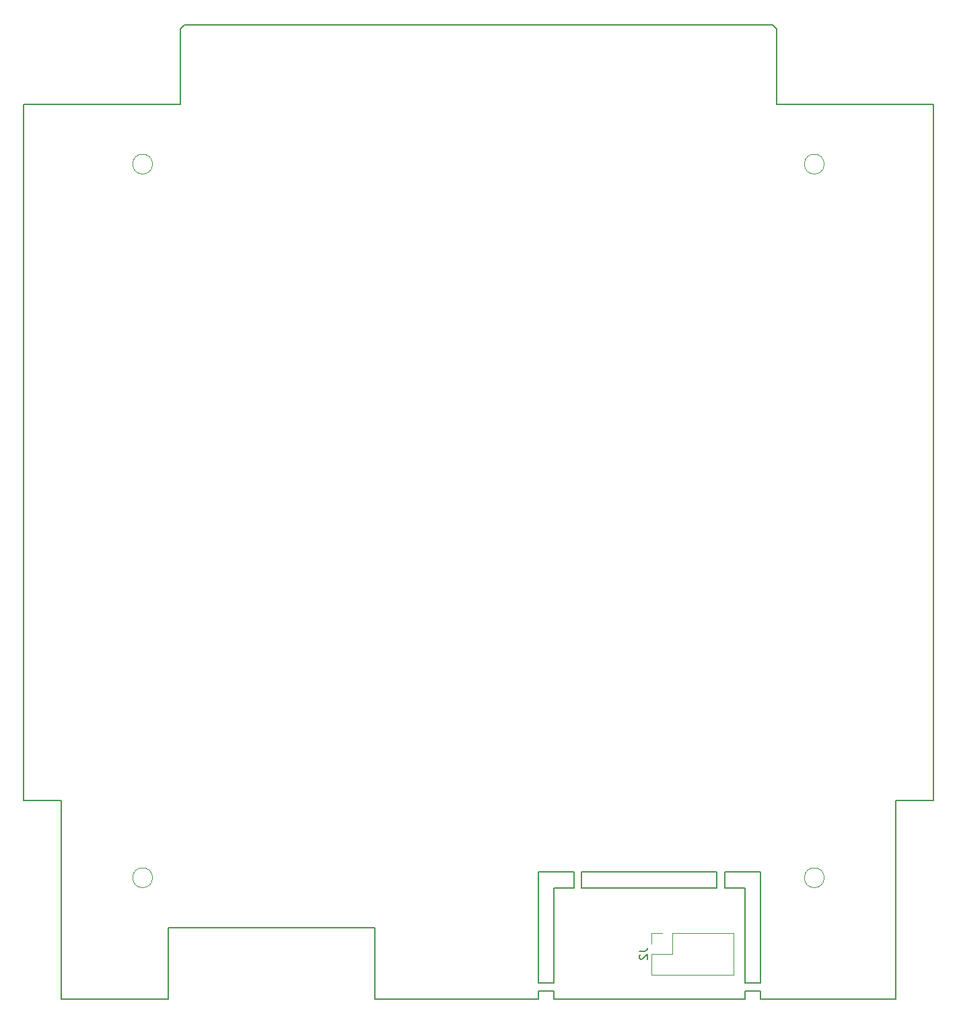
<source format=gbr>
%TF.GenerationSoftware,KiCad,Pcbnew,8.0.2*%
%TF.CreationDate,2024-05-13T23:51:40+02:00*%
%TF.ProjectId,M062.2,4d303632-2e32-42e6-9b69-6361645f7063,2*%
%TF.SameCoordinates,Original*%
%TF.FileFunction,Legend,Bot*%
%TF.FilePolarity,Positive*%
%FSLAX46Y46*%
G04 Gerber Fmt 4.6, Leading zero omitted, Abs format (unit mm)*
G04 Created by KiCad (PCBNEW 8.0.2) date 2024-05-13 23:51:40*
%MOMM*%
%LPD*%
G01*
G04 APERTURE LIST*
%ADD10C,0.150000*%
%ADD11C,0.120000*%
%TA.AperFunction,Profile*%
%ADD12C,0.150000*%
%TD*%
%TA.AperFunction,Profile*%
%ADD13C,0.120000*%
%TD*%
G04 APERTURE END LIST*
D10*
X172204819Y-157696666D02*
X172919104Y-157696666D01*
X172919104Y-157696666D02*
X173061961Y-157649047D01*
X173061961Y-157649047D02*
X173157200Y-157553809D01*
X173157200Y-157553809D02*
X173204819Y-157410952D01*
X173204819Y-157410952D02*
X173204819Y-157315714D01*
X172300057Y-158125238D02*
X172252438Y-158172857D01*
X172252438Y-158172857D02*
X172204819Y-158268095D01*
X172204819Y-158268095D02*
X172204819Y-158506190D01*
X172204819Y-158506190D02*
X172252438Y-158601428D01*
X172252438Y-158601428D02*
X172300057Y-158649047D01*
X172300057Y-158649047D02*
X172395295Y-158696666D01*
X172395295Y-158696666D02*
X172490533Y-158696666D01*
X172490533Y-158696666D02*
X172633390Y-158649047D01*
X172633390Y-158649047D02*
X173204819Y-158077619D01*
X173204819Y-158077619D02*
X173204819Y-158696666D01*
D11*
%TO.C,J2*%
X173750000Y-155430000D02*
X175080000Y-155430000D01*
X173750000Y-156760000D02*
X173750000Y-155430000D01*
X173750000Y-158030000D02*
X176350000Y-158030000D01*
X173750000Y-160630000D02*
X173750000Y-158030000D01*
X176350000Y-158030000D02*
X176350000Y-155430000D01*
X184030000Y-155430000D02*
X176350000Y-155430000D01*
X184030000Y-160630000D02*
X173750000Y-160630000D01*
X184030000Y-160630000D02*
X184030000Y-155430000D01*
%TD*%
D12*
%TO.C,X1*%
X94710000Y-51200000D02*
X94710000Y-138700000D01*
X99460000Y-138700000D02*
X94710000Y-138700000D01*
X99460000Y-138700000D02*
X99460000Y-163700000D01*
X112960000Y-154700000D02*
X112960000Y-163700000D01*
X112960000Y-154700000D02*
X138960000Y-154700000D01*
X112960000Y-163700000D02*
X99460000Y-163700000D01*
X114460000Y-41700000D02*
X114960000Y-41200000D01*
X114460000Y-51200000D02*
X94710000Y-51200000D01*
X114460000Y-51200000D02*
X114460000Y-41700000D01*
X114960000Y-41200000D02*
X188960000Y-41200000D01*
X138960000Y-154700000D02*
X138960000Y-163700000D01*
X159460000Y-147700000D02*
X159460000Y-161700000D01*
X159460000Y-161700000D02*
X161460000Y-161700000D01*
X159460000Y-162700000D02*
X159460000Y-163700000D01*
X159460000Y-162700000D02*
X161460000Y-162700000D01*
X159460000Y-163700000D02*
X138960000Y-163700000D01*
X161460000Y-149700000D02*
X161460000Y-161700000D01*
X161460000Y-162700000D02*
X161460000Y-163700000D01*
X163960000Y-147700000D02*
X159460000Y-147700000D01*
X163960000Y-147700000D02*
X163960000Y-149700000D01*
X163960000Y-149700000D02*
X161460000Y-149700000D01*
X164960000Y-147700000D02*
X164960000Y-149700000D01*
X164960000Y-147700000D02*
X181960000Y-147700000D01*
X164960000Y-149700000D02*
X181960000Y-149700000D01*
X181960000Y-149700000D02*
X181960000Y-147700000D01*
X182960000Y-147700000D02*
X187460000Y-147700000D01*
X182960000Y-149700000D02*
X182960000Y-147700000D01*
X182960000Y-149700000D02*
X185460000Y-149700000D01*
X185460000Y-149700000D02*
X185460000Y-161700000D01*
X185460000Y-161700000D02*
X187460000Y-161700000D01*
X185460000Y-162700000D02*
X185460000Y-163700000D01*
X185460000Y-162700000D02*
X187460000Y-162700000D01*
X185460000Y-163700000D02*
X161460000Y-163700000D01*
X187460000Y-147700000D02*
X187460000Y-161700000D01*
X187460000Y-162700000D02*
X187460000Y-163700000D01*
X189460000Y-41700000D02*
X188960000Y-41200000D01*
X189460000Y-41700000D02*
X189460000Y-51200000D01*
X189460000Y-51200000D02*
X209210000Y-51200000D01*
X204460000Y-138700000D02*
X204460000Y-163700000D01*
X204460000Y-163700000D02*
X187460000Y-163700000D01*
X209210000Y-51200000D02*
X209210000Y-138700000D01*
X209210000Y-138700000D02*
X204460000Y-138700000D01*
D13*
X110960000Y-58700000D02*
G75*
G02*
X108460000Y-58700000I-1250000J0D01*
G01*
X108460000Y-58700000D02*
G75*
G02*
X110960000Y-58700000I1250000J0D01*
G01*
X110960000Y-148450000D02*
G75*
G02*
X108460000Y-148450000I-1250000J0D01*
G01*
X108460000Y-148450000D02*
G75*
G02*
X110960000Y-148450000I1250000J0D01*
G01*
X195460000Y-58700000D02*
G75*
G02*
X192960000Y-58700000I-1250000J0D01*
G01*
X192960000Y-58700000D02*
G75*
G02*
X195460000Y-58700000I1250000J0D01*
G01*
X195460000Y-148450000D02*
G75*
G02*
X192960000Y-148450000I-1250000J0D01*
G01*
X192960000Y-148450000D02*
G75*
G02*
X195460000Y-148450000I1250000J0D01*
G01*
%TD*%
M02*

</source>
